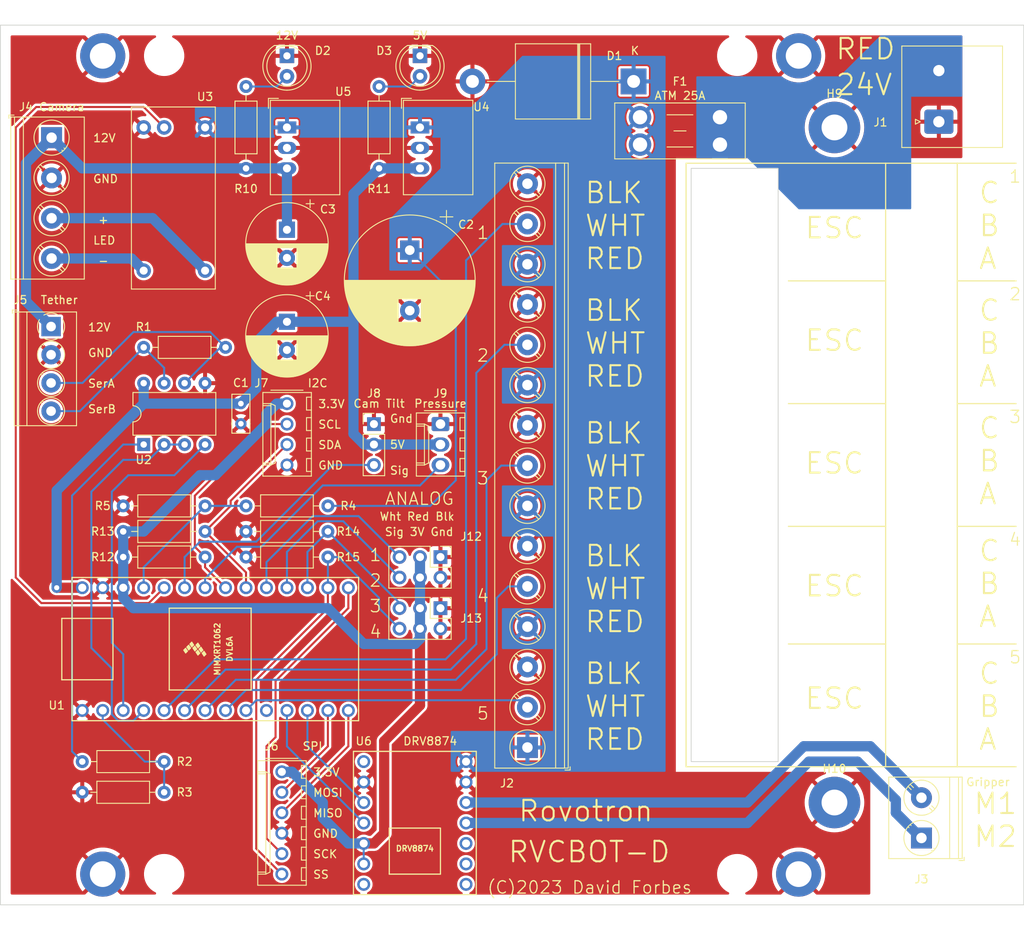
<source format=kicad_pcb>
(kicad_pcb (version 20221018) (generator pcbnew)

  (general
    (thickness 1.6)
  )

  (paper "USLetter")
  (title_block
    (title "Rovotron Cadet Bottom Board")
    (rev "B")
    (company "Cathode Corner")
  )

  (layers
    (0 "F.Cu" signal)
    (31 "B.Cu" signal)
    (36 "B.SilkS" user "B.Silkscreen")
    (37 "F.SilkS" user "F.Silkscreen")
    (38 "B.Mask" user)
    (39 "F.Mask" user)
    (40 "Dwgs.User" user "User.Drawings")
    (41 "Cmts.User" user "User.Comments")
    (44 "Edge.Cuts" user)
    (45 "Margin" user)
    (46 "B.CrtYd" user "B.Courtyard")
    (47 "F.CrtYd" user "F.Courtyard")
    (48 "B.Fab" user)
    (49 "F.Fab" user)
    (50 "User.1" user)
    (51 "User.2" user)
    (52 "User.3" user)
    (53 "User.4" user)
    (54 "User.5" user)
    (55 "User.6" user)
    (56 "User.7" user)
    (57 "User.8" user)
    (58 "User.9" user)
  )

  (setup
    (pad_to_mask_clearance 0)
    (pcbplotparams
      (layerselection 0x00010e0_ffffffff)
      (plot_on_all_layers_selection 0x0000000_00000000)
      (disableapertmacros false)
      (usegerberextensions false)
      (usegerberattributes true)
      (usegerberadvancedattributes true)
      (creategerberjobfile true)
      (dashed_line_dash_ratio 12.000000)
      (dashed_line_gap_ratio 3.000000)
      (svgprecision 4)
      (plotframeref false)
      (viasonmask false)
      (mode 1)
      (useauxorigin false)
      (hpglpennumber 1)
      (hpglpenspeed 20)
      (hpglpendiameter 15.000000)
      (dxfpolygonmode true)
      (dxfimperialunits true)
      (dxfusepcbnewfont true)
      (psnegative false)
      (psa4output false)
      (plotreference true)
      (plotvalue true)
      (plotinvisibletext false)
      (sketchpadsonfab false)
      (subtractmaskfromsilk false)
      (outputformat 1)
      (mirror false)
      (drillshape 0)
      (scaleselection 1)
      (outputdirectory "")
    )
  )

  (net 0 "")
  (net 1 "/LED12")
  (net 2 "/LED5")
  (net 3 "/MOSI")
  (net 4 "/MISO")
  (net 5 "/VBAT_MON")
  (net 6 "GND")
  (net 7 "/SDA")
  (net 8 "/SCL")
  (net 9 "/AIN1")
  (net 10 "+5V")
  (net 11 "/AIN2")
  (net 12 "/AIN3")
  (net 13 "+12V")
  (net 14 "/SCK")
  (net 15 "/+3.3V")
  (net 16 "/SERA")
  (net 17 "/SERB")
  (net 18 "/TILT")
  (net 19 "/PRESSURE")
  (net 20 "/RXD")
  (net 21 "/RXD5")
  (net 22 "/MOTOR1")
  (net 23 "/MOTOR2")
  (net 24 "/MOTOR3")
  (net 25 "/MOTOR4")
  (net 26 "/MOTOR5")
  (net 27 "/TXD")
  (net 28 "/TXE")
  (net 29 "/+24V")
  (net 30 "/VIN")
  (net 31 "/DIM")
  (net 32 "/GRMOT2")
  (net 33 "/GRMOT1")
  (net 34 "/GRIP1")
  (net 35 "/GRIP2")
  (net 36 "unconnected-(U6-VREF-Pad7)")
  (net 37 "unconnected-(U6-CS-Pad8)")
  (net 38 "unconnected-(U6-FAULTN-Pad9)")
  (net 39 "unconnected-(U6-IMODE-Pad10)")
  (net 40 "unconnected-(U6-VM-Pad1)")
  (net 41 "/LED1+")
  (net 42 "/LED1-")
  (net 43 "/AIN4_SS")
  (net 44 "unconnected-(U1-8_TX2_IN1-Pad10)")

  (footprint "LED_THT:LED_D5.0mm" (layer "F.Cu") (at 128.27 46.99 -90))

  (footprint "Capacitor_THT:CP_Radial_D10.0mm_P3.50mm" (layer "F.Cu") (at 111.76 80.01 -90))

  (footprint "MountingHole:MountingHole_3.2mm_M3_DIN965_Pad" (layer "F.Cu") (at 175.26 46.99 -90))

  (footprint "Rovo:Regulator_LED_LDD-700L" (layer "F.Cu") (at 101.6 55.88 -90))

  (footprint "Fuse:Fuseholder_Blade_Mini_Keystone_3568" (layer "F.Cu") (at 165.495 58.01 180))

  (footprint "Resistor_THT:R_Axial_DIN0207_L6.3mm_D2.5mm_P10.16mm_Horizontal" (layer "F.Cu") (at 106.68 109.22))

  (footprint "MountingHole:MountingHole_3.2mm_M3_Pad" (layer "F.Cu") (at 179.705 55.88))

  (footprint "Rovo:Pololu_DRV8874" (layer "F.Cu") (at 127.635 142.24 -90))

  (footprint "Resistor_THT:R_Axial_DIN0207_L6.3mm_D2.5mm_P10.16mm_Horizontal" (layer "F.Cu") (at 123.19 60.96 90))

  (footprint "Connector_PinHeader_2.54mm:PinHeader_1x03_P2.54mm_Vertical" (layer "F.Cu") (at 122.555 92.71))

  (footprint "TerminalBlock_Phoenix:TerminalBlock_Phoenix_PT-1,5-2-5.0-H_1x02_P5.00mm_Horizontal" (layer "F.Cu") (at 190.5 144.105 90))

  (footprint "Rovo:PhoenixContact_MKDS_5_1x02_P6.35mm_Horizontal" (layer "F.Cu") (at 192.66 55.17 90))

  (footprint "Connector_Molex:Molex_KK-254_AE-6410-03A_1x03_P2.54mm_Vertical" (layer "F.Cu") (at 130.81 92.71 -90))

  (footprint "TerminalBlock_Phoenix:TerminalBlock_Phoenix_PT-1,5-15-5.0-H_1x15_P5.00mm_Horizontal" (layer "F.Cu") (at 141.605 132.865 90))

  (footprint "Package_DIP:DIP-8_W7.62mm" (layer "F.Cu") (at 93.98 95.25 90))

  (footprint "Resistor_THT:R_Axial_DIN0207_L6.3mm_D2.5mm_P10.16mm_Horizontal" (layer "F.Cu") (at 96.52 134.62 180))

  (footprint "Converter_DCDC:Converter_DCDC_RECOM_R-78E-0.5_THT" (layer "F.Cu") (at 128.27 55.88 -90))

  (footprint "Connector_PinHeader_2.54mm:PinHeader_2x03_P2.54mm_Vertical" (layer "F.Cu") (at 130.81 115.57 -90))

  (footprint "Capacitor_THT:C_Rect_L4.6mm_W2.0mm_P2.50mm_MKS02_FKP02" (layer "F.Cu") (at 106.045 90.17 -90))

  (footprint "Resistor_THT:R_Axial_DIN0207_L6.3mm_D2.5mm_P10.16mm_Horizontal" (layer "F.Cu") (at 106.68 102.87))

  (footprint "Diode_THT:D_P600_R-6_P20.00mm_Horizontal" (layer "F.Cu") (at 154.78 50.165 180))

  (footprint "Resistor_THT:R_Axial_DIN0207_L6.3mm_D2.5mm_P10.16mm_Horizontal" (layer "F.Cu") (at 106.68 60.96 90))

  (footprint "Resistor_THT:R_Axial_DIN0207_L6.3mm_D2.5mm_P10.16mm_Horizontal" (layer "F.Cu") (at 96.52 138.43 180))

  (footprint "Converter_DCDC:Converter_DCDC_RECOM_R-78E-0.5_THT" (layer "F.Cu") (at 111.76 55.88 -90))

  (footprint "MountingHole:MountingHole_4.5mm" (layer "F.Cu") (at 167.64 46.99))

  (footprint "LED_THT:LED_D5.0mm" (layer "F.Cu") (at 111.76 46.99 -90))

  (footprint "Connector_Molex:Molex_KK-254_AE-6410-04A_1x04_P2.54mm_Vertical" (layer "F.Cu") (at 111.76 90.17 -90))

  (footprint "MountingHole:MountingHole_3.2mm_M3_DIN965_Pad" (layer "F.Cu") (at 88.9 46.99 -90))

  (footprint "Connector_Molex:Molex_KK-254_AE-6410-06A_1x06_P2.54mm_Vertical" (layer "F.Cu") (at 111.125 135.89 -90))

  (footprint "Capacitor_THT:CP_Radial_D16.0mm_P7.50mm" (layer "F.Cu")
    (tstamp aae21b1b-c38e-43d7-826e-6601b6ae12a5)
    (at 127 71.12 -90)
    (descr "CP, Radial series, Radial, pin pitch=7.50mm, , diameter=16mm, Electrolytic Capacitor")
    (tags "CP Radial series Radial pin pitch 7.50mm  diameter 16mm Electrolytic Capacitor")
    (property "Sheetfile" "RVCBOT-D.kicad_sch")
    (property "Sheetname" "")
    (property "ki_description" "Polarized capacitor, US symbol")
    (property "ki_keywords" "cap capacitor")
    (path "/29cb95f0-8c20-4105-b278-c33e934005e6")
    (attr through_hole)
    (fp_text reference "C2" (at -3.175 -6.985 -180) (layer "F.SilkS")
        (effects (font (size 1 1) (thickness 0.15)))
      (tstamp bfa469e0-2849-4282-b37f-2ffa0a45c947)
    )
    (fp_text value "2200uF35V" (at 3.75 9.25 90) (layer "F.Fab")
        (effects (font (size 1 1) (thickness 0.15)))
      (tstamp 95c96acd-f6cd-4954-9efe-da87a55318bc)
    )
    (fp_text user "${REFERENCE}" (at 3.75 0 90) (layer "F.Fab")
        (effects (font (size 1 1) (thickness 0.15)))
      (tstamp ed7b8066-a4a6-48ff-af1b-e768063645e1)
    )
    (fp_line (start -4.939491 -4.555) (end -3.339491 -4.555)
      (stroke (width 0.12) (type solid)) (layer "F.SilkS") (tstamp 479671d5-7f76-4839-8010-729ead2daa28))
    (fp_line (start -4.139491 -5.355) (end -4.139491 -3.755)
      (stroke (width 0.12) (type solid)) (layer "F.SilkS") (tstamp 3664559a-12ae-4f80-80a0-34891f9f1073))
    (fp_line (start 3.75 -8.081) (end 3.75 8.081)
      (stroke (width 0.12) (type solid)) (layer "F.SilkS") (tstamp 8f5abe18-518b-4962-bfe4-7ebb2bf9e89f))
    (fp_line (start 3.79 -8.08) (end 3.79 8.08)
      (stroke (width 0.12) (type solid)) (layer "F.SilkS") (tstamp 79c3c623-e30e-421f-9c36-d40536c3154e))
    (fp_line (start 3.83 -8.08) (end 3.83 8.08)
      (stroke (width 0.12) (type solid)) (layer "F.SilkS") (tstamp d1e87e68-7121-4200-b71e-bbb73212f8b9))
    (fp_line (start 3.87 -8.08) (end 3.87 8.08)
      (stroke (width 0.12) (type solid)) (layer "F.SilkS") (tstamp 9fc9f71e-4abf-4584-a540-7c44d5fb01fe))
    (fp_line (start 3.91 -8.079) (end 3.91 8.079)
      (stroke (width 0.12) (type solid)) (layer "F.SilkS") (tstamp 08e26e3f-55c2-4a27-abd3-1d0a15b0c301))
    (fp_line (start 3.95 -8.078) (end 3.95 8.078)
      (stroke (width 0.12) (type solid)) (layer "F.SilkS") (tstamp 9e0663e3-8b0a-485e-ac17-cd31dc8b5692))
    (fp_line (start 3.99 -8.077) (end 3.99 8.077)
      (stroke (width 0.12) (type solid)) (layer "F.SilkS") (tstamp 4ee96813-18ab-47d2-aa2b-91022cb7d786))
    (fp_line (start 4.03 -8.076) (end 4.03 8.076)
      (stroke (width 0.12) (type solid)) (layer "F.SilkS") (tstamp 9fd4be91-cd7b-413e-85c9-20abb48fa779))
    (fp_line (start 4.07 -8.074) (end 4.07 8.074)
      (stroke (width 0.12) (type solid)) (layer "F.SilkS") (tstamp 0288328d-66bb-453e-8a21-a1fb3f81ec8e))
    (fp_line (start 4.11 -8.073) (end 4.11 8.073)
      (stroke (width 0.12) (type solid)) (layer "F.SilkS") (tstamp 59c00e3c-14ab-4468-9b05-9b44d74f7e72))
    (fp_line (start 4.15 -8.071) (end 4.15 8.071)
      (stroke (width 0.12) (type solid)) (layer "F.SilkS") (tstamp 3bcb544c-2de4-4989-b73c-724c053e8294))
    (fp_line (start 4.19 -8.069) (end 4.19 8.069)
      (stroke (width 0.12) (type solid)) (layer "F.SilkS") (tstamp 1b6bea31-b32d-4fe2-b0ba-fca80bd3c7ca))
    (fp_line (start 4.23 -8.066) (end 4.23 8.066)
      (stroke (width 0.12) (type solid)) (layer "F.SilkS") (tstamp e663436c-2a5e-40ce-aed9-9be9b4f4b6f7))
    (fp_line (start 4.27 -8.064) (end 4.27 8.064)
      (stroke (width 0.12) (type solid)) (layer "F.SilkS") (tstamp eb46916f-bf68-4079-8884-89d3b881b844))
    (fp_line (start 4.31 -8.061) (end 4.31 8.061)
      (stroke (width 0.12) (type solid)) (layer "F.SilkS") (tstamp 339b8490-51e5-4eeb-ac8c-e52010136119))
    (fp_line (start 4.35 -8.058) (end 4.35 8.058)
      (stroke (width 0.12) (type solid)) (layer "F.SilkS") (tstamp 28390c6d-f33e-4174-a330-6d225d25b791))
    (fp_line (start 4.39 -8.055) (end 4.39 8.055)
      (stroke (width 0.12) (type solid)) (layer "F.SilkS") (tstamp 1b0fe34b-dccf-4671-a1aa-76c803e62ac5))
    (fp_line (start 4.43 -8.052) (end 4.43 8.052)
      (stroke (width 0.12) (type solid)) (layer "F.SilkS") (tstamp d79679f5-1662-48bb-a144-6407c755167e))
    (fp_line (start 4.471 -8.049) (end 4.471 8.049)
      (stroke (width 0.12) (type solid)) (layer "F.SilkS") (tstamp e6b1f01a-e74e-4ec8-a896-344c13089175))
    (fp_line (start 4.511 -8.045) (end 4.511 8.045)
      (stroke (width 0.12) (type solid)) (layer "F.SilkS") (tstamp b506e9eb-f19f-401e-913b-58a237b0fe56))
    (fp_line (start 4.551 -8.041) (end 4.551 8.041)
      (stroke (width 0.12) (type solid)) (layer "F.SilkS") (tstamp 9fb3e4de-8f70-43f0-9369-aeb43b3efdf4))
    (fp_line (start 4.591 -8.037) (end 4.591 8.037)
      (stroke (width 0.12) (type solid)) (layer "F.SilkS") (tstamp 3f4ba8cb-1383-4785-9c41-cf69e6980c5c))
    (fp_line (start 4.631 -8.033) (end 4.631 8.033)
      (stroke (width 0.12) (type solid)) (layer "F.SilkS") (tstamp 4fe4c899-18fb-4066-88d2-a8af4604be19))
    (fp_line (start 4.671 -8.028) (end 4.671 8.028)
      (stroke (width 0.12) (type solid)) (layer "F.SilkS") (tstamp 29b05a7c-acb9-421b-ba40-d4f0d5665b88))
    (fp_line (start 4.711 -8.024) (end 4.711 8.024)
      (stroke (width 0.12) (type solid)) (layer "F.SilkS") (tstamp fb506ce3-5947-48bd-9db0-6b106f9beb3c))
    (fp_line (start 4.751 -8.019) (end 4.751 8.019)
      (stroke (width 0.12) (type solid)) (layer "F.SilkS") (tstamp 67895daa-586a-4b56-bf33-3e79748bf6c9))
    (fp_line (start 4.791 -8.014) (end 4.791 8.014)
      (stroke (width 0.12) (type solid)) (layer "F.SilkS") (tstamp 6f9676c8-df6c-40f3-9f9b-89344e43a6d9))
    (fp_line (start 4.831 -8.008) (end 4.831 8.008)
      (stroke (width 0.12) (type solid)) (layer "F.SilkS") (tstamp db40d5f3-4735-4fc9-ac66-f89ef3470139))
    (fp_line (start 4.871 -8.003) (end 4.871 8.003)
      (stroke (width 0.12) (type solid)) (layer "F.SilkS") (tstamp 14d29826-311b-4bf4-8c1b-c12f173d79b1))
    (fp_line (start 4.911 -7.997) (end 4.911 7.997)
      (stroke (width 0.12) (type solid)) (layer "F.SilkS") (tstamp 42f5523c-797f-4015-8ce3-8add7e16285a))
    (fp_line (start 4.951 -7.991) (end 4.951 7.991)
      (stroke (width 0.12) (type solid)) (layer "F.SilkS") (tstamp 54ccfe31-63ab-4543-99b8-aec87a46fcbe))
    (fp_line (start 4.991 -7.985) (end 4.991 7.985)
      (stroke (width 0.12) (type solid)) (layer "F.SilkS") (tstamp b0499c43-6a8f-4120-9233-c662857426bf))
    (fp_line (start 5.031 -7.979) (end 5.031 7.979)
      (stroke (width 0.12) (type solid)) (layer "F.SilkS") (tstamp 046ec342-2792-4de0-8f23-efac90c20ec1))
    (fp_line (start 5.071 -7.972) (end 5.071 7.972)
      (stroke (width 0.12) (type solid)) (layer "F.SilkS") (tstamp 195bfadd-b2e3-4c49-8eca-4d1e04afd088))
    (fp_line (start 5.111 -7.966) (end 5.111 7.966)
      (stroke (width 0.12) (type solid)) (layer "F.SilkS") (tstamp 4258471d-60d3-46ad-9132-b8f6144f82a0))
    (fp_line (start 5.151 -7.959) (end 5.151 7.959)
      (stroke (width 0.12) (type solid)) (layer "F.SilkS") (tstamp a11a328b-6cf0-4350-b621-a5a213946bb0))
    (fp_line (start 5.191 -7.952) (end 5.191 7.952)
      (stroke (width 0.12) (type solid)) (layer "F.SilkS") (tstamp 91aadd83-b339-449d-ab4d-4c6b408d1577))
    (fp_line (start 5.231 -7.944) (end 5.231 7.944)
      (stroke (width 0.12) (type solid)) (layer "F.SilkS") (tstamp 27f865ff-ade3-411a-ba7a-fba3afd15275))
    (fp_line (start 5.271 -7.937) (end 5.271 7.937)
      (stroke (width 0.12) (type solid)) (layer "F.SilkS") (tstamp c9036eb5-965f-41f9-bcb1-92d6e57b0bda))
    (fp_line (start 5.311 -7.929) (end 5.311 7.929)
      (stroke (width 0.12) (type solid)) (layer "F.SilkS") (tstamp facb7479-223a-4f18-934d-f4c870764237))
    (fp_line (start 5.351 -7.921) (end 5.351 7.921)
      (stroke (width 0.12) (type solid)) (layer "F.SilkS") (tstamp 3dc9b654-25d4-4318-95e9-476feeca4379))
    (fp_line (start 5.391 -7.913) (end 5.391 7.913)
      (stroke (width 0.12) (type solid)) (layer "F.SilkS") (tstamp 13e952e7-67fb-4640-bf2f-1fa1c6205430))
    (fp_line (start 5.431 -7.905) (end 5.431 7.905)
      (stroke (width 0.12) (type solid)) (layer "F.SilkS") (tstamp 30f7e830-cb2f-4598-9326-fefe9c023cf8))
    (fp_line (start 5.471 -7.896) (end 5.471 7.896)
      (stroke (width 0.12) (type solid)) (layer "F.SilkS") (tstamp 9bdf5047-ad8c-4dca-b61e-02ff714205ed))
    (fp_line (start 5.511 -7.887) (end 5.511 7.887)
      (stroke (width 0.12) (type solid)) (layer "F.SilkS") (tstamp c755df47-8197-41d4-b0cc-cc7770bb8359))
    (fp_line (start 5.551 -7.878) (end 5.551 7.878)
      (stroke (width 0.12) (type solid)) (layer "F.SilkS") (tstamp c7470474-e23d-47f3-b206-32ac0e97290f))
    (fp_line (start 5.591 -7.869) (end 5.591 7.869)
      (stroke (width 0.12) (type solid)) (layer "F.SilkS") (tstamp 83a7ef67-f0af-46e6-b37c-0d59c6b977d5))
    (fp_line (start 5.631 -7.86) (end 5.631 7.86)
      (stroke (width 0.12) (type solid)) (layer "F.SilkS") (tstamp 3ff9d0fb-54c7-49ff-b588-627b04c2677b))
    (fp_line (start 5.671 -7.85) (end 5.671 7.85)
      (stroke (width 0.12) (type solid)) (layer "F.SilkS") (tstamp e9010511-9159-403a-8706-5699f9a9c08e))
    (fp_line (start 5.711 -7.84) (end 5.711 7.84)
      (stroke (width 0.12) (type solid)) (layer "F.SilkS") (tstamp ddddaf91-3c5e-4d28-99c9-341e2183036d))
    (fp_line (start 5.751 -7.83) (end 5.751 7.83)
      (stroke (width 0.12) (type solid)) (layer "F.SilkS") (tstamp 99c64716-9675-4c12-9d88-02f617823a1d))
    (fp_line (start 5.791 -7.82) (end 5.791 7.82)
      (stroke (width 0.12) (type solid)) (layer "F.SilkS") (tstamp a90eb6fb-9917-4e06-a607-7c666615c408))
    (fp_line (start 5.831 -7.81) (end 5.831 7.81)
      (stroke (width 0.12) (type solid)) (layer "F.SilkS") (tstamp 965e7818-84e2-493a-9a71-a7db7eb07283))
    (fp_line (start 5.871 -7.799) (end 5.871 7.799)
      (stroke (width 0.12) (type solid)) (layer "F.SilkS") (tstamp fa72c098-0317-4b36-bd2c-682183d2a01b))
    (fp_line (start 5.911 -7.788) (end 5.911 7.788)
      (stroke (width 0.12) (type solid)) (layer "F.SilkS") (tstamp 7809ab49-1c00-4d7f-b001-c08ae2a17ccd))
    (fp_line (start 5.951 -7.777) (end 5.951 7.777)
      (stroke (width 0.12) (type solid)) (layer "F.SilkS") (tstamp 0f2f1e0c-00e5-4bc5-bb3b-344e4f0c41f9))
    (fp_line (start 5.991 -7.765) (end 5.991 7.765)
      (stroke (width 0.12) (type solid)) (layer "F.SilkS") (tstamp 803f003b-04e1-4d9d-9275-3a1c306d38c9))
    (fp_line (start 6.031 -7.754) (end 6.031 7.754)
      (stroke (width 0.12) (type solid)) (layer "F.SilkS") (tstamp 883dc976-3792-4192-97c9-c9d0d450b7cf))
    (fp_line (start 6.071 -7.742) (end 6.071 -1.44)
      (stroke (width 0.12) (type solid)) (layer "F.SilkS") (tstamp 65d331ae-49f1-4854-9389-b6ea41641bdb))
    (fp_line (start 6.071 1.44) (end 6.071 7.742)
      (stroke (width 0.12) (type solid)) (layer "F.SilkS") (tstamp 47657739-2ef5-4c7d-85f6-910ac6e0f3e8))
    (fp_line (start 6.111 -7.73) (end 6.111 -1.44)
      (stroke (width 0.12) (type solid)) (layer "F.SilkS") (tstamp 2bdedeab-4b89-43b5-a180-9014ece8757c))
    (fp_line (start 6.111 1.44) (end 6.111 7.73)
      (stroke (width 0.12) (type solid)) (layer "F.SilkS") (tstamp f211a3f3-1062-4cc2-b069-f3f15a7f5a1a))
    (fp_line (start 6.151 -7.718) (end 6.151 -1.44)
      (stroke (width 0.12) (type solid)) (layer "F.SilkS") (tstamp b524c173-d203-4cda-87ab-2e9f7de38be2))
    (fp_line (start 6.151 1.44) (end 6.151 7.718)
      (stroke (width 0.12) (type solid)) (layer "F.SilkS") (tstamp 6b885e03-2551-4405-aa43-71406fc8e95e))
    (fp_line (start 6.191 -7.705) (end 6.191 -1.44)
      (stroke (width 0.12) (type solid)) (layer "F.SilkS") (tstamp e6f20e26-dcde-449f-af63-386efa376488))
    (fp_line (start 6.191 1.44) (end 6.191 7.705)
      (stroke (width 0.12) (type solid)) (layer "F.SilkS") (tstamp 7db1c37a-b63c-4fdb-b2be-6f60ed36b3f7))
    (fp_line (start 6.231 -7.693) (end 6.231 -1.44)
      (stroke (width 0.12) (type solid)) (layer "F.SilkS") (tstamp 23dbfeb8-91b2-4a9e-ac22-ca539a6f1664))
    (fp_line (start 6.231 1.44) (end 6.231 7.693)
      (stroke (width 0.12) (type solid)) (layer "F.SilkS") (tstamp 652911ff-33aa-406c-9073-c9ff7ec2a691))
    (fp_line (start 6.271 -7.68) (end 6.271 -1.44)
      (stroke (width 0.12) (type solid)) (layer "F.SilkS") (tstamp ce749826-d281-48c5-a141-ef6badcc0194))
    (fp_line (start 6.271 1.44) (end 6.271 7.68)
      (stroke (width 0.12) (type solid)) (layer "F.SilkS") (tstamp b481d397-b8df-4b9b-92ef-009e64fd8c18))
    (fp_line (start 6.311 -7.666) (end 6.311 -1.44)
      (stroke (width 0.12) (type solid)) (layer "F.SilkS") (tstamp 36b5eeed-4d19-4ded-b1e4-9df040ed5c62))
    (fp_line (start 6.311 1.44) (end 6.311 7.666)
      (stroke (width 0.12) (type solid)) (layer "F.SilkS") (tstamp c54e5ab3-218c-4fdf-ac3a-7e7aeb77d88a))
    (fp_line (start 6.351 -7.653) (end 6.351 -1.44)
      (stroke (width 0.12) (type solid)) (layer "F.SilkS") (tstamp becd591d-2a39-4712-aabf-3508b596f9a4))
    (fp_line (start 6.351 1.44) (end 6.351 7.653)
      (stroke (width 0.12) (type solid)) (layer "F.SilkS") (tstamp 1c9ba05d-3740-477c-a15c-cdfcf3c1e076))
    (fp_line (start 6.391 -7.639) (end 6.391 -1.44)
      (stroke (width 0.12) (type solid)) (layer "F.SilkS") (tstamp e1e6d196-caf2-4ff2-aad9-774a6ce5ed28))
    (fp_line (start 6.391 1.44) (end 6.391 7.639)
      (stroke (width 0.12) (type solid)) (layer "F.SilkS") (tstamp e3146a02-c658-4356-9cdd-1c4aa9c53438))
    (fp_line (start 6.431 -7.625) (end 6.431 -1.44)
      (stroke (width 0.12) (type solid)) (layer "F.SilkS") (tstamp d7c1f79f-0335-4ff7-9536-1f21797943e3))
    (fp_line (start 6.431 1.44) (end 6.431 7.625)
      (stroke (width 0.12) (type solid)) (layer "F.SilkS") (tstamp c6f9ea6d-2be0-4a13-8e15-99b68c14b291))
    (fp_line (start 6.471 -7.611) (end 6.471 -1.44)
      (stroke (width 0.12) (type solid)) (layer "F.SilkS") (tstamp b521baa8-0ce9-4df7-97f9-6392a157aedd))
    (fp_line (start 6.471 1.44) (end 6.471 7.611)
      (stroke (width 0.12) (type solid)) (layer "F.SilkS") (tstamp c36c3f36-360d-4477-9f62-a6e5aec01455))
    (fp_line (start 6.511 -7.597) (end 6.511 -1.44)
      (stroke (width 0.12) (type solid)) (layer "F.SilkS") (tstamp da21ce8a-9611-4375-8829-f4b94417d2f1
... [617063 chars truncated]
</source>
